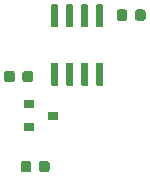
<source format=gbr>
G04 #@! TF.GenerationSoftware,KiCad,Pcbnew,(5.1.5)-3*
G04 #@! TF.CreationDate,2021-04-30T23:34:10+03:00*
G04 #@! TF.ProjectId,HM10USBDongle,484d3130-5553-4424-946f-6e676c652e6b,rev?*
G04 #@! TF.SameCoordinates,Original*
G04 #@! TF.FileFunction,Paste,Bot*
G04 #@! TF.FilePolarity,Positive*
%FSLAX46Y46*%
G04 Gerber Fmt 4.6, Leading zero omitted, Abs format (unit mm)*
G04 Created by KiCad (PCBNEW (5.1.5)-3) date 2021-04-30 23:34:10*
%MOMM*%
%LPD*%
G04 APERTURE LIST*
%ADD10C,0.100000*%
%ADD11R,0.900000X0.800000*%
G04 APERTURE END LIST*
D10*
G36*
X130028054Y-86775083D02*
G01*
X130049895Y-86778323D01*
X130071314Y-86783688D01*
X130092104Y-86791127D01*
X130112064Y-86800568D01*
X130131003Y-86811919D01*
X130148738Y-86825073D01*
X130165099Y-86839901D01*
X130179927Y-86856262D01*
X130193081Y-86873997D01*
X130204432Y-86892936D01*
X130213873Y-86912896D01*
X130221312Y-86933686D01*
X130226677Y-86955105D01*
X130229917Y-86976946D01*
X130231000Y-86999000D01*
X130231000Y-87499000D01*
X130229917Y-87521054D01*
X130226677Y-87542895D01*
X130221312Y-87564314D01*
X130213873Y-87585104D01*
X130204432Y-87605064D01*
X130193081Y-87624003D01*
X130179927Y-87641738D01*
X130165099Y-87658099D01*
X130148738Y-87672927D01*
X130131003Y-87686081D01*
X130112064Y-87697432D01*
X130092104Y-87706873D01*
X130071314Y-87714312D01*
X130049895Y-87719677D01*
X130028054Y-87722917D01*
X130006000Y-87724000D01*
X129556000Y-87724000D01*
X129533946Y-87722917D01*
X129512105Y-87719677D01*
X129490686Y-87714312D01*
X129469896Y-87706873D01*
X129449936Y-87697432D01*
X129430997Y-87686081D01*
X129413262Y-87672927D01*
X129396901Y-87658099D01*
X129382073Y-87641738D01*
X129368919Y-87624003D01*
X129357568Y-87605064D01*
X129348127Y-87585104D01*
X129340688Y-87564314D01*
X129335323Y-87542895D01*
X129332083Y-87521054D01*
X129331000Y-87499000D01*
X129331000Y-86999000D01*
X129332083Y-86976946D01*
X129335323Y-86955105D01*
X129340688Y-86933686D01*
X129348127Y-86912896D01*
X129357568Y-86892936D01*
X129368919Y-86873997D01*
X129382073Y-86856262D01*
X129396901Y-86839901D01*
X129413262Y-86825073D01*
X129430997Y-86811919D01*
X129449936Y-86800568D01*
X129469896Y-86791127D01*
X129490686Y-86783688D01*
X129512105Y-86778323D01*
X129533946Y-86775083D01*
X129556000Y-86774000D01*
X130006000Y-86774000D01*
X130028054Y-86775083D01*
G37*
G36*
X131578054Y-86775083D02*
G01*
X131599895Y-86778323D01*
X131621314Y-86783688D01*
X131642104Y-86791127D01*
X131662064Y-86800568D01*
X131681003Y-86811919D01*
X131698738Y-86825073D01*
X131715099Y-86839901D01*
X131729927Y-86856262D01*
X131743081Y-86873997D01*
X131754432Y-86892936D01*
X131763873Y-86912896D01*
X131771312Y-86933686D01*
X131776677Y-86955105D01*
X131779917Y-86976946D01*
X131781000Y-86999000D01*
X131781000Y-87499000D01*
X131779917Y-87521054D01*
X131776677Y-87542895D01*
X131771312Y-87564314D01*
X131763873Y-87585104D01*
X131754432Y-87605064D01*
X131743081Y-87624003D01*
X131729927Y-87641738D01*
X131715099Y-87658099D01*
X131698738Y-87672927D01*
X131681003Y-87686081D01*
X131662064Y-87697432D01*
X131642104Y-87706873D01*
X131621314Y-87714312D01*
X131599895Y-87719677D01*
X131578054Y-87722917D01*
X131556000Y-87724000D01*
X131106000Y-87724000D01*
X131083946Y-87722917D01*
X131062105Y-87719677D01*
X131040686Y-87714312D01*
X131019896Y-87706873D01*
X130999936Y-87697432D01*
X130980997Y-87686081D01*
X130963262Y-87672927D01*
X130946901Y-87658099D01*
X130932073Y-87641738D01*
X130918919Y-87624003D01*
X130907568Y-87605064D01*
X130898127Y-87585104D01*
X130890688Y-87564314D01*
X130885323Y-87542895D01*
X130882083Y-87521054D01*
X130881000Y-87499000D01*
X130881000Y-86999000D01*
X130882083Y-86976946D01*
X130885323Y-86955105D01*
X130890688Y-86933686D01*
X130898127Y-86912896D01*
X130907568Y-86892936D01*
X130918919Y-86873997D01*
X130932073Y-86856262D01*
X130946901Y-86839901D01*
X130963262Y-86825073D01*
X130980997Y-86811919D01*
X130999936Y-86800568D01*
X131019896Y-86791127D01*
X131040686Y-86783688D01*
X131062105Y-86778323D01*
X131083946Y-86775083D01*
X131106000Y-86774000D01*
X131556000Y-86774000D01*
X131578054Y-86775083D01*
G37*
G36*
X128631054Y-79155083D02*
G01*
X128652895Y-79158323D01*
X128674314Y-79163688D01*
X128695104Y-79171127D01*
X128715064Y-79180568D01*
X128734003Y-79191919D01*
X128751738Y-79205073D01*
X128768099Y-79219901D01*
X128782927Y-79236262D01*
X128796081Y-79253997D01*
X128807432Y-79272936D01*
X128816873Y-79292896D01*
X128824312Y-79313686D01*
X128829677Y-79335105D01*
X128832917Y-79356946D01*
X128834000Y-79379000D01*
X128834000Y-79879000D01*
X128832917Y-79901054D01*
X128829677Y-79922895D01*
X128824312Y-79944314D01*
X128816873Y-79965104D01*
X128807432Y-79985064D01*
X128796081Y-80004003D01*
X128782927Y-80021738D01*
X128768099Y-80038099D01*
X128751738Y-80052927D01*
X128734003Y-80066081D01*
X128715064Y-80077432D01*
X128695104Y-80086873D01*
X128674314Y-80094312D01*
X128652895Y-80099677D01*
X128631054Y-80102917D01*
X128609000Y-80104000D01*
X128159000Y-80104000D01*
X128136946Y-80102917D01*
X128115105Y-80099677D01*
X128093686Y-80094312D01*
X128072896Y-80086873D01*
X128052936Y-80077432D01*
X128033997Y-80066081D01*
X128016262Y-80052927D01*
X127999901Y-80038099D01*
X127985073Y-80021738D01*
X127971919Y-80004003D01*
X127960568Y-79985064D01*
X127951127Y-79965104D01*
X127943688Y-79944314D01*
X127938323Y-79922895D01*
X127935083Y-79901054D01*
X127934000Y-79879000D01*
X127934000Y-79379000D01*
X127935083Y-79356946D01*
X127938323Y-79335105D01*
X127943688Y-79313686D01*
X127951127Y-79292896D01*
X127960568Y-79272936D01*
X127971919Y-79253997D01*
X127985073Y-79236262D01*
X127999901Y-79219901D01*
X128016262Y-79205073D01*
X128033997Y-79191919D01*
X128052936Y-79180568D01*
X128072896Y-79171127D01*
X128093686Y-79163688D01*
X128115105Y-79158323D01*
X128136946Y-79155083D01*
X128159000Y-79154000D01*
X128609000Y-79154000D01*
X128631054Y-79155083D01*
G37*
G36*
X130181054Y-79155083D02*
G01*
X130202895Y-79158323D01*
X130224314Y-79163688D01*
X130245104Y-79171127D01*
X130265064Y-79180568D01*
X130284003Y-79191919D01*
X130301738Y-79205073D01*
X130318099Y-79219901D01*
X130332927Y-79236262D01*
X130346081Y-79253997D01*
X130357432Y-79272936D01*
X130366873Y-79292896D01*
X130374312Y-79313686D01*
X130379677Y-79335105D01*
X130382917Y-79356946D01*
X130384000Y-79379000D01*
X130384000Y-79879000D01*
X130382917Y-79901054D01*
X130379677Y-79922895D01*
X130374312Y-79944314D01*
X130366873Y-79965104D01*
X130357432Y-79985064D01*
X130346081Y-80004003D01*
X130332927Y-80021738D01*
X130318099Y-80038099D01*
X130301738Y-80052927D01*
X130284003Y-80066081D01*
X130265064Y-80077432D01*
X130245104Y-80086873D01*
X130224314Y-80094312D01*
X130202895Y-80099677D01*
X130181054Y-80102917D01*
X130159000Y-80104000D01*
X129709000Y-80104000D01*
X129686946Y-80102917D01*
X129665105Y-80099677D01*
X129643686Y-80094312D01*
X129622896Y-80086873D01*
X129602936Y-80077432D01*
X129583997Y-80066081D01*
X129566262Y-80052927D01*
X129549901Y-80038099D01*
X129535073Y-80021738D01*
X129521919Y-80004003D01*
X129510568Y-79985064D01*
X129501127Y-79965104D01*
X129493688Y-79944314D01*
X129488323Y-79922895D01*
X129485083Y-79901054D01*
X129484000Y-79879000D01*
X129484000Y-79379000D01*
X129485083Y-79356946D01*
X129488323Y-79335105D01*
X129493688Y-79313686D01*
X129501127Y-79292896D01*
X129510568Y-79272936D01*
X129521919Y-79253997D01*
X129535073Y-79236262D01*
X129549901Y-79219901D01*
X129566262Y-79205073D01*
X129583997Y-79191919D01*
X129602936Y-79180568D01*
X129622896Y-79171127D01*
X129643686Y-79163688D01*
X129665105Y-79158323D01*
X129686946Y-79155083D01*
X129709000Y-79154000D01*
X130159000Y-79154000D01*
X130181054Y-79155083D01*
G37*
G36*
X139706054Y-73948083D02*
G01*
X139727895Y-73951323D01*
X139749314Y-73956688D01*
X139770104Y-73964127D01*
X139790064Y-73973568D01*
X139809003Y-73984919D01*
X139826738Y-73998073D01*
X139843099Y-74012901D01*
X139857927Y-74029262D01*
X139871081Y-74046997D01*
X139882432Y-74065936D01*
X139891873Y-74085896D01*
X139899312Y-74106686D01*
X139904677Y-74128105D01*
X139907917Y-74149946D01*
X139909000Y-74172000D01*
X139909000Y-74672000D01*
X139907917Y-74694054D01*
X139904677Y-74715895D01*
X139899312Y-74737314D01*
X139891873Y-74758104D01*
X139882432Y-74778064D01*
X139871081Y-74797003D01*
X139857927Y-74814738D01*
X139843099Y-74831099D01*
X139826738Y-74845927D01*
X139809003Y-74859081D01*
X139790064Y-74870432D01*
X139770104Y-74879873D01*
X139749314Y-74887312D01*
X139727895Y-74892677D01*
X139706054Y-74895917D01*
X139684000Y-74897000D01*
X139234000Y-74897000D01*
X139211946Y-74895917D01*
X139190105Y-74892677D01*
X139168686Y-74887312D01*
X139147896Y-74879873D01*
X139127936Y-74870432D01*
X139108997Y-74859081D01*
X139091262Y-74845927D01*
X139074901Y-74831099D01*
X139060073Y-74814738D01*
X139046919Y-74797003D01*
X139035568Y-74778064D01*
X139026127Y-74758104D01*
X139018688Y-74737314D01*
X139013323Y-74715895D01*
X139010083Y-74694054D01*
X139009000Y-74672000D01*
X139009000Y-74172000D01*
X139010083Y-74149946D01*
X139013323Y-74128105D01*
X139018688Y-74106686D01*
X139026127Y-74085896D01*
X139035568Y-74065936D01*
X139046919Y-74046997D01*
X139060073Y-74029262D01*
X139074901Y-74012901D01*
X139091262Y-73998073D01*
X139108997Y-73984919D01*
X139127936Y-73973568D01*
X139147896Y-73964127D01*
X139168686Y-73956688D01*
X139190105Y-73951323D01*
X139211946Y-73948083D01*
X139234000Y-73947000D01*
X139684000Y-73947000D01*
X139706054Y-73948083D01*
G37*
G36*
X138156054Y-73948083D02*
G01*
X138177895Y-73951323D01*
X138199314Y-73956688D01*
X138220104Y-73964127D01*
X138240064Y-73973568D01*
X138259003Y-73984919D01*
X138276738Y-73998073D01*
X138293099Y-74012901D01*
X138307927Y-74029262D01*
X138321081Y-74046997D01*
X138332432Y-74065936D01*
X138341873Y-74085896D01*
X138349312Y-74106686D01*
X138354677Y-74128105D01*
X138357917Y-74149946D01*
X138359000Y-74172000D01*
X138359000Y-74672000D01*
X138357917Y-74694054D01*
X138354677Y-74715895D01*
X138349312Y-74737314D01*
X138341873Y-74758104D01*
X138332432Y-74778064D01*
X138321081Y-74797003D01*
X138307927Y-74814738D01*
X138293099Y-74831099D01*
X138276738Y-74845927D01*
X138259003Y-74859081D01*
X138240064Y-74870432D01*
X138220104Y-74879873D01*
X138199314Y-74887312D01*
X138177895Y-74892677D01*
X138156054Y-74895917D01*
X138134000Y-74897000D01*
X137684000Y-74897000D01*
X137661946Y-74895917D01*
X137640105Y-74892677D01*
X137618686Y-74887312D01*
X137597896Y-74879873D01*
X137577936Y-74870432D01*
X137558997Y-74859081D01*
X137541262Y-74845927D01*
X137524901Y-74831099D01*
X137510073Y-74814738D01*
X137496919Y-74797003D01*
X137485568Y-74778064D01*
X137476127Y-74758104D01*
X137468688Y-74737314D01*
X137463323Y-74715895D01*
X137460083Y-74694054D01*
X137459000Y-74672000D01*
X137459000Y-74172000D01*
X137460083Y-74149946D01*
X137463323Y-74128105D01*
X137468688Y-74106686D01*
X137476127Y-74085896D01*
X137485568Y-74065936D01*
X137496919Y-74046997D01*
X137510073Y-74029262D01*
X137524901Y-74012901D01*
X137541262Y-73998073D01*
X137558997Y-73984919D01*
X137577936Y-73973568D01*
X137597896Y-73964127D01*
X137618686Y-73956688D01*
X137640105Y-73951323D01*
X137661946Y-73948083D01*
X137684000Y-73947000D01*
X138134000Y-73947000D01*
X138156054Y-73948083D01*
G37*
D11*
X132064000Y-82931000D03*
X130064000Y-81981000D03*
X130064000Y-83881000D03*
D10*
G36*
X136181703Y-73512722D02*
G01*
X136196264Y-73514882D01*
X136210543Y-73518459D01*
X136224403Y-73523418D01*
X136237710Y-73529712D01*
X136250336Y-73537280D01*
X136262159Y-73546048D01*
X136273066Y-73555934D01*
X136282952Y-73566841D01*
X136291720Y-73578664D01*
X136299288Y-73591290D01*
X136305582Y-73604597D01*
X136310541Y-73618457D01*
X136314118Y-73632736D01*
X136316278Y-73647297D01*
X136317000Y-73662000D01*
X136317000Y-75312000D01*
X136316278Y-75326703D01*
X136314118Y-75341264D01*
X136310541Y-75355543D01*
X136305582Y-75369403D01*
X136299288Y-75382710D01*
X136291720Y-75395336D01*
X136282952Y-75407159D01*
X136273066Y-75418066D01*
X136262159Y-75427952D01*
X136250336Y-75436720D01*
X136237710Y-75444288D01*
X136224403Y-75450582D01*
X136210543Y-75455541D01*
X136196264Y-75459118D01*
X136181703Y-75461278D01*
X136167000Y-75462000D01*
X135867000Y-75462000D01*
X135852297Y-75461278D01*
X135837736Y-75459118D01*
X135823457Y-75455541D01*
X135809597Y-75450582D01*
X135796290Y-75444288D01*
X135783664Y-75436720D01*
X135771841Y-75427952D01*
X135760934Y-75418066D01*
X135751048Y-75407159D01*
X135742280Y-75395336D01*
X135734712Y-75382710D01*
X135728418Y-75369403D01*
X135723459Y-75355543D01*
X135719882Y-75341264D01*
X135717722Y-75326703D01*
X135717000Y-75312000D01*
X135717000Y-73662000D01*
X135717722Y-73647297D01*
X135719882Y-73632736D01*
X135723459Y-73618457D01*
X135728418Y-73604597D01*
X135734712Y-73591290D01*
X135742280Y-73578664D01*
X135751048Y-73566841D01*
X135760934Y-73555934D01*
X135771841Y-73546048D01*
X135783664Y-73537280D01*
X135796290Y-73529712D01*
X135809597Y-73523418D01*
X135823457Y-73518459D01*
X135837736Y-73514882D01*
X135852297Y-73512722D01*
X135867000Y-73512000D01*
X136167000Y-73512000D01*
X136181703Y-73512722D01*
G37*
G36*
X134911703Y-73512722D02*
G01*
X134926264Y-73514882D01*
X134940543Y-73518459D01*
X134954403Y-73523418D01*
X134967710Y-73529712D01*
X134980336Y-73537280D01*
X134992159Y-73546048D01*
X135003066Y-73555934D01*
X135012952Y-73566841D01*
X135021720Y-73578664D01*
X135029288Y-73591290D01*
X135035582Y-73604597D01*
X135040541Y-73618457D01*
X135044118Y-73632736D01*
X135046278Y-73647297D01*
X135047000Y-73662000D01*
X135047000Y-75312000D01*
X135046278Y-75326703D01*
X135044118Y-75341264D01*
X135040541Y-75355543D01*
X135035582Y-75369403D01*
X135029288Y-75382710D01*
X135021720Y-75395336D01*
X135012952Y-75407159D01*
X135003066Y-75418066D01*
X134992159Y-75427952D01*
X134980336Y-75436720D01*
X134967710Y-75444288D01*
X134954403Y-75450582D01*
X134940543Y-75455541D01*
X134926264Y-75459118D01*
X134911703Y-75461278D01*
X134897000Y-75462000D01*
X134597000Y-75462000D01*
X134582297Y-75461278D01*
X134567736Y-75459118D01*
X134553457Y-75455541D01*
X134539597Y-75450582D01*
X134526290Y-75444288D01*
X134513664Y-75436720D01*
X134501841Y-75427952D01*
X134490934Y-75418066D01*
X134481048Y-75407159D01*
X134472280Y-75395336D01*
X134464712Y-75382710D01*
X134458418Y-75369403D01*
X134453459Y-75355543D01*
X134449882Y-75341264D01*
X134447722Y-75326703D01*
X134447000Y-75312000D01*
X134447000Y-73662000D01*
X134447722Y-73647297D01*
X134449882Y-73632736D01*
X134453459Y-73618457D01*
X134458418Y-73604597D01*
X134464712Y-73591290D01*
X134472280Y-73578664D01*
X134481048Y-73566841D01*
X134490934Y-73555934D01*
X134501841Y-73546048D01*
X134513664Y-73537280D01*
X134526290Y-73529712D01*
X134539597Y-73523418D01*
X134553457Y-73518459D01*
X134567736Y-73514882D01*
X134582297Y-73512722D01*
X134597000Y-73512000D01*
X134897000Y-73512000D01*
X134911703Y-73512722D01*
G37*
G36*
X133641703Y-73512722D02*
G01*
X133656264Y-73514882D01*
X133670543Y-73518459D01*
X133684403Y-73523418D01*
X133697710Y-73529712D01*
X133710336Y-73537280D01*
X133722159Y-73546048D01*
X133733066Y-73555934D01*
X133742952Y-73566841D01*
X133751720Y-73578664D01*
X133759288Y-73591290D01*
X133765582Y-73604597D01*
X133770541Y-73618457D01*
X133774118Y-73632736D01*
X133776278Y-73647297D01*
X133777000Y-73662000D01*
X133777000Y-75312000D01*
X133776278Y-75326703D01*
X133774118Y-75341264D01*
X133770541Y-75355543D01*
X133765582Y-75369403D01*
X133759288Y-75382710D01*
X133751720Y-75395336D01*
X133742952Y-75407159D01*
X133733066Y-75418066D01*
X133722159Y-75427952D01*
X133710336Y-75436720D01*
X133697710Y-75444288D01*
X133684403Y-75450582D01*
X133670543Y-75455541D01*
X133656264Y-75459118D01*
X133641703Y-75461278D01*
X133627000Y-75462000D01*
X133327000Y-75462000D01*
X133312297Y-75461278D01*
X133297736Y-75459118D01*
X133283457Y-75455541D01*
X133269597Y-75450582D01*
X133256290Y-75444288D01*
X133243664Y-75436720D01*
X133231841Y-75427952D01*
X133220934Y-75418066D01*
X133211048Y-75407159D01*
X133202280Y-75395336D01*
X133194712Y-75382710D01*
X133188418Y-75369403D01*
X133183459Y-75355543D01*
X133179882Y-75341264D01*
X133177722Y-75326703D01*
X133177000Y-75312000D01*
X133177000Y-73662000D01*
X133177722Y-73647297D01*
X133179882Y-73632736D01*
X133183459Y-73618457D01*
X133188418Y-73604597D01*
X133194712Y-73591290D01*
X133202280Y-73578664D01*
X133211048Y-73566841D01*
X133220934Y-73555934D01*
X133231841Y-73546048D01*
X133243664Y-73537280D01*
X133256290Y-73529712D01*
X133269597Y-73523418D01*
X133283457Y-73518459D01*
X133297736Y-73514882D01*
X133312297Y-73512722D01*
X133327000Y-73512000D01*
X133627000Y-73512000D01*
X133641703Y-73512722D01*
G37*
G36*
X132371703Y-73512722D02*
G01*
X132386264Y-73514882D01*
X132400543Y-73518459D01*
X132414403Y-73523418D01*
X132427710Y-73529712D01*
X132440336Y-73537280D01*
X132452159Y-73546048D01*
X132463066Y-73555934D01*
X132472952Y-73566841D01*
X132481720Y-73578664D01*
X132489288Y-73591290D01*
X132495582Y-73604597D01*
X132500541Y-73618457D01*
X132504118Y-73632736D01*
X132506278Y-73647297D01*
X132507000Y-73662000D01*
X132507000Y-75312000D01*
X132506278Y-75326703D01*
X132504118Y-75341264D01*
X132500541Y-75355543D01*
X132495582Y-75369403D01*
X132489288Y-75382710D01*
X132481720Y-75395336D01*
X132472952Y-75407159D01*
X132463066Y-75418066D01*
X132452159Y-75427952D01*
X132440336Y-75436720D01*
X132427710Y-75444288D01*
X132414403Y-75450582D01*
X132400543Y-75455541D01*
X132386264Y-75459118D01*
X132371703Y-75461278D01*
X132357000Y-75462000D01*
X132057000Y-75462000D01*
X132042297Y-75461278D01*
X132027736Y-75459118D01*
X132013457Y-75455541D01*
X131999597Y-75450582D01*
X131986290Y-75444288D01*
X131973664Y-75436720D01*
X131961841Y-75427952D01*
X131950934Y-75418066D01*
X131941048Y-75407159D01*
X131932280Y-75395336D01*
X131924712Y-75382710D01*
X131918418Y-75369403D01*
X131913459Y-75355543D01*
X131909882Y-75341264D01*
X131907722Y-75326703D01*
X131907000Y-75312000D01*
X131907000Y-73662000D01*
X131907722Y-73647297D01*
X131909882Y-73632736D01*
X131913459Y-73618457D01*
X131918418Y-73604597D01*
X131924712Y-73591290D01*
X131932280Y-73578664D01*
X131941048Y-73566841D01*
X131950934Y-73555934D01*
X131961841Y-73546048D01*
X131973664Y-73537280D01*
X131986290Y-73529712D01*
X131999597Y-73523418D01*
X132013457Y-73518459D01*
X132027736Y-73514882D01*
X132042297Y-73512722D01*
X132057000Y-73512000D01*
X132357000Y-73512000D01*
X132371703Y-73512722D01*
G37*
G36*
X132371703Y-78462722D02*
G01*
X132386264Y-78464882D01*
X132400543Y-78468459D01*
X132414403Y-78473418D01*
X132427710Y-78479712D01*
X132440336Y-78487280D01*
X132452159Y-78496048D01*
X132463066Y-78505934D01*
X132472952Y-78516841D01*
X132481720Y-78528664D01*
X132489288Y-78541290D01*
X132495582Y-78554597D01*
X132500541Y-78568457D01*
X132504118Y-78582736D01*
X132506278Y-78597297D01*
X132507000Y-78612000D01*
X132507000Y-80262000D01*
X132506278Y-80276703D01*
X132504118Y-80291264D01*
X132500541Y-80305543D01*
X132495582Y-80319403D01*
X132489288Y-80332710D01*
X132481720Y-80345336D01*
X132472952Y-80357159D01*
X132463066Y-80368066D01*
X132452159Y-80377952D01*
X132440336Y-80386720D01*
X132427710Y-80394288D01*
X132414403Y-80400582D01*
X132400543Y-80405541D01*
X132386264Y-80409118D01*
X132371703Y-80411278D01*
X132357000Y-80412000D01*
X132057000Y-80412000D01*
X132042297Y-80411278D01*
X132027736Y-80409118D01*
X132013457Y-80405541D01*
X131999597Y-80400582D01*
X131986290Y-80394288D01*
X131973664Y-80386720D01*
X131961841Y-80377952D01*
X131950934Y-80368066D01*
X131941048Y-80357159D01*
X131932280Y-80345336D01*
X131924712Y-80332710D01*
X131918418Y-80319403D01*
X131913459Y-80305543D01*
X131909882Y-80291264D01*
X131907722Y-80276703D01*
X131907000Y-80262000D01*
X131907000Y-78612000D01*
X131907722Y-78597297D01*
X131909882Y-78582736D01*
X131913459Y-78568457D01*
X131918418Y-78554597D01*
X131924712Y-78541290D01*
X131932280Y-78528664D01*
X131941048Y-78516841D01*
X131950934Y-78505934D01*
X131961841Y-78496048D01*
X131973664Y-78487280D01*
X131986290Y-78479712D01*
X131999597Y-78473418D01*
X132013457Y-78468459D01*
X132027736Y-78464882D01*
X132042297Y-78462722D01*
X132057000Y-78462000D01*
X132357000Y-78462000D01*
X132371703Y-78462722D01*
G37*
G36*
X133641703Y-78462722D02*
G01*
X133656264Y-78464882D01*
X133670543Y-78468459D01*
X133684403Y-78473418D01*
X133697710Y-78479712D01*
X133710336Y-78487280D01*
X133722159Y-78496048D01*
X133733066Y-78505934D01*
X133742952Y-78516841D01*
X133751720Y-78528664D01*
X133759288Y-78541290D01*
X133765582Y-78554597D01*
X133770541Y-78568457D01*
X133774118Y-78582736D01*
X133776278Y-78597297D01*
X133777000Y-78612000D01*
X133777000Y-80262000D01*
X133776278Y-80276703D01*
X133774118Y-80291264D01*
X133770541Y-80305543D01*
X133765582Y-80319403D01*
X133759288Y-80332710D01*
X133751720Y-80345336D01*
X133742952Y-80357159D01*
X133733066Y-80368066D01*
X133722159Y-80377952D01*
X133710336Y-80386720D01*
X133697710Y-80394288D01*
X133684403Y-80400582D01*
X133670543Y-80405541D01*
X133656264Y-80409118D01*
X133641703Y-80411278D01*
X133627000Y-80412000D01*
X133327000Y-80412000D01*
X133312297Y-80411278D01*
X133297736Y-80409118D01*
X133283457Y-80405541D01*
X133269597Y-80400582D01*
X133256290Y-80394288D01*
X133243664Y-80386720D01*
X133231841Y-80377952D01*
X133220934Y-80368066D01*
X133211048Y-80357159D01*
X133202280Y-80345336D01*
X133194712Y-80332710D01*
X133188418Y-80319403D01*
X133183459Y-80305543D01*
X133179882Y-80291264D01*
X133177722Y-80276703D01*
X133177000Y-80262000D01*
X133177000Y-78612000D01*
X133177722Y-78597297D01*
X133179882Y-78582736D01*
X133183459Y-78568457D01*
X133188418Y-78554597D01*
X133194712Y-78541290D01*
X133202280Y-78528664D01*
X133211048Y-78516841D01*
X133220934Y-78505934D01*
X133231841Y-78496048D01*
X133243664Y-78487280D01*
X133256290Y-78479712D01*
X133269597Y-78473418D01*
X133283457Y-78468459D01*
X133297736Y-78464882D01*
X133312297Y-78462722D01*
X133327000Y-78462000D01*
X133627000Y-78462000D01*
X133641703Y-78462722D01*
G37*
G36*
X134911703Y-78462722D02*
G01*
X134926264Y-78464882D01*
X134940543Y-78468459D01*
X134954403Y-78473418D01*
X134967710Y-78479712D01*
X134980336Y-78487280D01*
X134992159Y-78496048D01*
X135003066Y-78505934D01*
X135012952Y-78516841D01*
X135021720Y-78528664D01*
X135029288Y-78541290D01*
X135035582Y-78554597D01*
X135040541Y-78568457D01*
X135044118Y-78582736D01*
X135046278Y-78597297D01*
X135047000Y-78612000D01*
X135047000Y-80262000D01*
X135046278Y-80276703D01*
X135044118Y-80291264D01*
X135040541Y-80305543D01*
X135035582Y-80319403D01*
X135029288Y-80332710D01*
X135021720Y-80345336D01*
X135012952Y-80357159D01*
X135003066Y-80368066D01*
X134992159Y-80377952D01*
X134980336Y-80386720D01*
X134967710Y-80394288D01*
X134954403Y-80400582D01*
X134940543Y-80405541D01*
X134926264Y-80409118D01*
X134911703Y-80411278D01*
X134897000Y-80412000D01*
X134597000Y-80412000D01*
X134582297Y-80411278D01*
X134567736Y-80409118D01*
X134553457Y-80405541D01*
X134539597Y-80400582D01*
X134526290Y-80394288D01*
X134513664Y-80386720D01*
X134501841Y-80377952D01*
X134490934Y-80368066D01*
X134481048Y-80357159D01*
X134472280Y-80345336D01*
X134464712Y-80332710D01*
X134458418Y-80319403D01*
X134453459Y-80305543D01*
X134449882Y-80291264D01*
X134447722Y-80276703D01*
X134447000Y-80262000D01*
X134447000Y-78612000D01*
X134447722Y-78597297D01*
X134449882Y-78582736D01*
X134453459Y-78568457D01*
X134458418Y-78554597D01*
X134464712Y-78541290D01*
X134472280Y-78528664D01*
X134481048Y-78516841D01*
X134490934Y-78505934D01*
X134501841Y-78496048D01*
X134513664Y-78487280D01*
X134526290Y-78479712D01*
X134539597Y-78473418D01*
X134553457Y-78468459D01*
X134567736Y-78464882D01*
X134582297Y-78462722D01*
X134597000Y-78462000D01*
X134897000Y-78462000D01*
X134911703Y-78462722D01*
G37*
G36*
X136181703Y-78462722D02*
G01*
X136196264Y-78464882D01*
X136210543Y-78468459D01*
X136224403Y-78473418D01*
X136237710Y-78479712D01*
X136250336Y-78487280D01*
X136262159Y-78496048D01*
X136273066Y-78505934D01*
X136282952Y-78516841D01*
X136291720Y-78528664D01*
X136299288Y-78541290D01*
X136305582Y-78554597D01*
X136310541Y-78568457D01*
X136314118Y-78582736D01*
X136316278Y-78597297D01*
X136317000Y-78612000D01*
X136317000Y-80262000D01*
X136316278Y-80276703D01*
X136314118Y-80291264D01*
X136310541Y-80305543D01*
X136305582Y-80319403D01*
X136299288Y-80332710D01*
X136291720Y-80345336D01*
X136282952Y-80357159D01*
X136273066Y-80368066D01*
X136262159Y-80377952D01*
X136250336Y-80386720D01*
X136237710Y-80394288D01*
X136224403Y-80400582D01*
X136210543Y-80405541D01*
X136196264Y-80409118D01*
X136181703Y-80411278D01*
X136167000Y-80412000D01*
X135867000Y-80412000D01*
X135852297Y-80411278D01*
X135837736Y-80409118D01*
X135823457Y-80405541D01*
X135809597Y-80400582D01*
X135796290Y-80394288D01*
X135783664Y-80386720D01*
X135771841Y-80377952D01*
X135760934Y-80368066D01*
X135751048Y-80357159D01*
X135742280Y-80345336D01*
X135734712Y-80332710D01*
X135728418Y-80319403D01*
X135723459Y-80305543D01*
X135719882Y-80291264D01*
X135717722Y-80276703D01*
X135717000Y-80262000D01*
X135717000Y-78612000D01*
X135717722Y-78597297D01*
X135719882Y-78582736D01*
X135723459Y-78568457D01*
X135728418Y-78554597D01*
X135734712Y-78541290D01*
X135742280Y-78528664D01*
X135751048Y-78516841D01*
X135760934Y-78505934D01*
X135771841Y-78496048D01*
X135783664Y-78487280D01*
X135796290Y-78479712D01*
X135809597Y-78473418D01*
X135823457Y-78468459D01*
X135837736Y-78464882D01*
X135852297Y-78462722D01*
X135867000Y-78462000D01*
X136167000Y-78462000D01*
X136181703Y-78462722D01*
G37*
M02*

</source>
